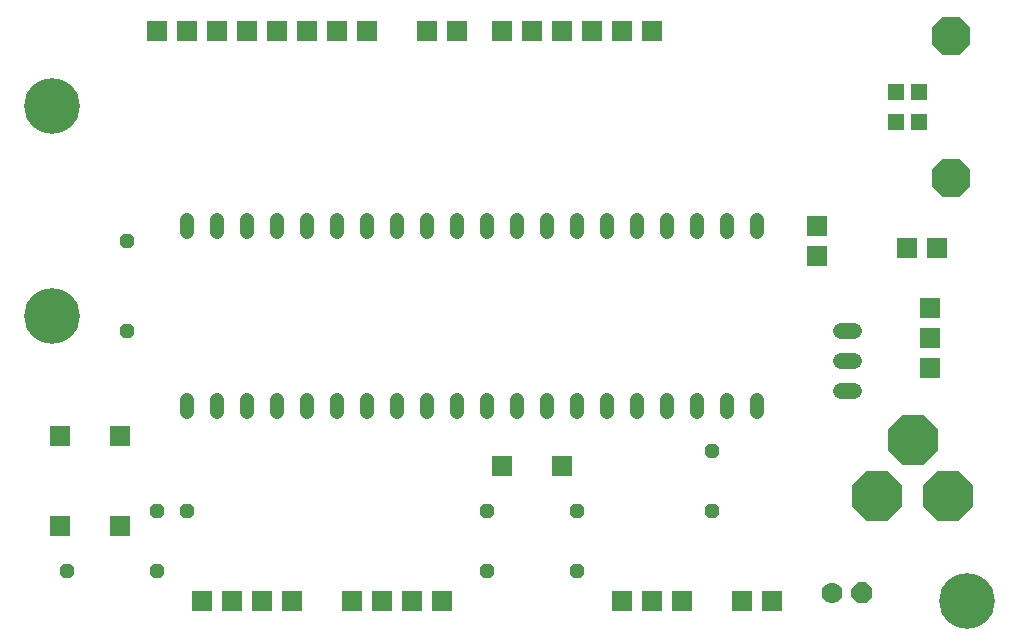
<source format=gts>
G75*
%MOIN*%
%OFA0B0*%
%FSLAX24Y24*%
%IPPOS*%
%LPD*%
%AMOC8*
5,1,8,0,0,1.08239X$1,22.5*
%
%ADD10C,0.0479*%
%ADD11R,0.0680X0.0680*%
%ADD12C,0.0519*%
%ADD13OC8,0.1655*%
%ADD14OC8,0.0479*%
%ADD15OC8,0.0700*%
%ADD16C,0.0700*%
%ADD17OC8,0.1280*%
%ADD18R,0.0580X0.0580*%
%ADD19C,0.1858*%
D10*
X006100Y007401D02*
X006100Y007799D01*
X007100Y007799D02*
X007100Y007401D01*
X008100Y007401D02*
X008100Y007799D01*
X009100Y007799D02*
X009100Y007401D01*
X010100Y007401D02*
X010100Y007799D01*
X011100Y007799D02*
X011100Y007401D01*
X012100Y007401D02*
X012100Y007799D01*
X013100Y007799D02*
X013100Y007401D01*
X014100Y007401D02*
X014100Y007799D01*
X015100Y007799D02*
X015100Y007401D01*
X016100Y007401D02*
X016100Y007799D01*
X017100Y007799D02*
X017100Y007401D01*
X018100Y007401D02*
X018100Y007799D01*
X019100Y007799D02*
X019100Y007401D01*
X020100Y007401D02*
X020100Y007799D01*
X021100Y007799D02*
X021100Y007401D01*
X022100Y007401D02*
X022100Y007799D01*
X023100Y007799D02*
X023100Y007401D01*
X024100Y007401D02*
X024100Y007799D01*
X025100Y007799D02*
X025100Y007401D01*
X025100Y013401D02*
X025100Y013799D01*
X024100Y013799D02*
X024100Y013401D01*
X023100Y013401D02*
X023100Y013799D01*
X022100Y013799D02*
X022100Y013401D01*
X021100Y013401D02*
X021100Y013799D01*
X020100Y013799D02*
X020100Y013401D01*
X019100Y013401D02*
X019100Y013799D01*
X018100Y013799D02*
X018100Y013401D01*
X017100Y013401D02*
X017100Y013799D01*
X016100Y013799D02*
X016100Y013401D01*
X015100Y013401D02*
X015100Y013799D01*
X014100Y013799D02*
X014100Y013401D01*
X013100Y013401D02*
X013100Y013799D01*
X012100Y013799D02*
X012100Y013401D01*
X011100Y013401D02*
X011100Y013799D01*
X010100Y013799D02*
X010100Y013401D01*
X009100Y013401D02*
X009100Y013799D01*
X008100Y013799D02*
X008100Y013401D01*
X007100Y013401D02*
X007100Y013799D01*
X006100Y013799D02*
X006100Y013401D01*
D11*
X006100Y020100D03*
X005100Y020100D03*
X007100Y020100D03*
X008100Y020100D03*
X009100Y020100D03*
X010100Y020100D03*
X011100Y020100D03*
X012100Y020100D03*
X014100Y020100D03*
X015100Y020100D03*
X016600Y020100D03*
X017600Y020100D03*
X018600Y020100D03*
X019600Y020100D03*
X020600Y020100D03*
X021600Y020100D03*
X027100Y013600D03*
X027100Y012600D03*
X030100Y012850D03*
X031100Y012850D03*
X030850Y010850D03*
X030850Y009850D03*
X030850Y008850D03*
X018600Y005600D03*
X016600Y005600D03*
X014600Y001100D03*
X013600Y001100D03*
X012600Y001100D03*
X011600Y001100D03*
X009600Y001100D03*
X008600Y001100D03*
X007600Y001100D03*
X006600Y001100D03*
X003850Y003600D03*
X001850Y003600D03*
X001850Y006600D03*
X003850Y006600D03*
X020600Y001100D03*
X021600Y001100D03*
X022600Y001100D03*
X024600Y001100D03*
X025600Y001100D03*
D12*
X027881Y008100D02*
X028319Y008100D01*
X028319Y009100D02*
X027881Y009100D01*
X027881Y010100D02*
X028319Y010100D01*
D13*
X030281Y006450D03*
X029100Y004600D03*
X031462Y004600D03*
D14*
X002100Y002100D03*
X005100Y002100D03*
X005100Y004100D03*
X006100Y004100D03*
X004100Y010100D03*
X004100Y013100D03*
X016100Y004100D03*
X019100Y004100D03*
X019100Y002100D03*
X016100Y002100D03*
X023600Y004100D03*
X023600Y006100D03*
D15*
X028600Y001350D03*
D16*
X027600Y001350D03*
D17*
X031572Y015195D03*
X031572Y019936D03*
D18*
X030506Y018053D03*
X029718Y018053D03*
X029718Y017069D03*
X030506Y017069D03*
D19*
X032100Y001100D03*
X001600Y010600D03*
X001600Y017600D03*
M02*

</source>
